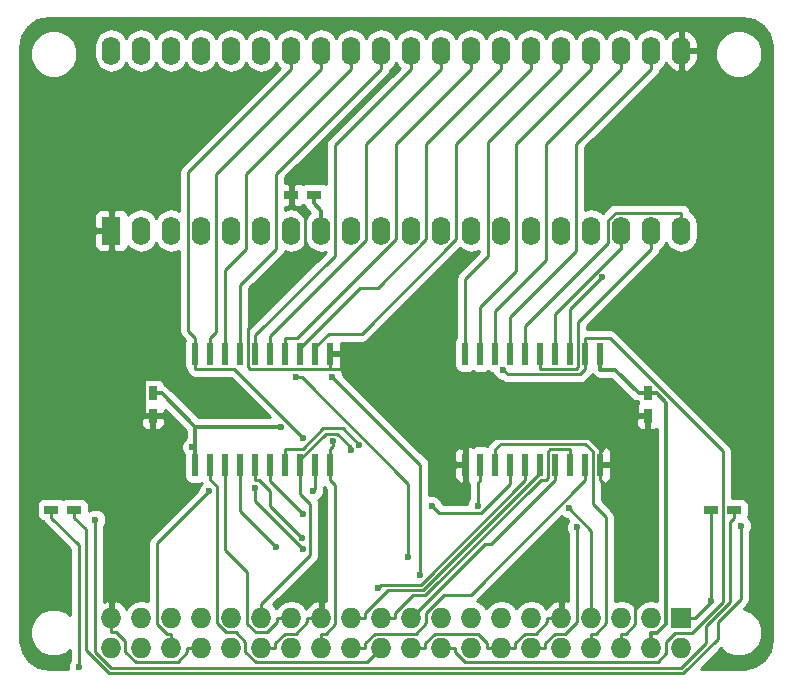
<source format=gbr>
G04 #@! TF.FileFunction,Copper,L2,Bot,Signal*
%FSLAX46Y46*%
G04 Gerber Fmt 4.6, Leading zero omitted, Abs format (unit mm)*
G04 Created by KiCad (PCBNEW 4.0.7) date 03/27/18 19:59:39*
%MOMM*%
%LPD*%
G01*
G04 APERTURE LIST*
%ADD10C,0.100000*%
%ADD11R,0.600000X1.950000*%
%ADD12R,1.727200X1.727200*%
%ADD13O,1.727200X1.727200*%
%ADD14R,1.600000X2.400000*%
%ADD15O,1.600000X2.400000*%
%ADD16R,0.750000X1.200000*%
%ADD17R,1.200000X0.750000*%
%ADD18C,0.600000*%
%ADD19C,0.250000*%
%ADD20C,0.350000*%
%ADD21C,0.254000*%
G04 APERTURE END LIST*
D10*
D11*
X149669000Y-90931000D03*
X150939000Y-90931000D03*
X152209000Y-90931000D03*
X153479000Y-90931000D03*
X154749000Y-90931000D03*
X156019000Y-90931000D03*
X157289000Y-90931000D03*
X158559000Y-90931000D03*
X159829000Y-90931000D03*
X161099000Y-90931000D03*
X161099000Y-100331000D03*
X159829000Y-100331000D03*
X158559000Y-100331000D03*
X157289000Y-100331000D03*
X156019000Y-100331000D03*
X154749000Y-100331000D03*
X153479000Y-100331000D03*
X152209000Y-100331000D03*
X150939000Y-100331000D03*
X149669000Y-100331000D03*
D12*
X190818000Y-113284000D03*
D13*
X190818000Y-115824000D03*
X188278000Y-113284000D03*
X188278000Y-115824000D03*
X185738000Y-113284000D03*
X185738000Y-115824000D03*
X183198000Y-113284000D03*
X183198000Y-115824000D03*
X180658000Y-113284000D03*
X180658000Y-115824000D03*
X178118000Y-113284000D03*
X178118000Y-115824000D03*
X175578000Y-113284000D03*
X175578000Y-115824000D03*
X173038000Y-113284000D03*
X173038000Y-115824000D03*
X170498000Y-113284000D03*
X170498000Y-115824000D03*
X167958000Y-113284000D03*
X167958000Y-115824000D03*
X165418000Y-113284000D03*
X165418000Y-115824000D03*
X162878000Y-113284000D03*
X162878000Y-115824000D03*
X160338000Y-113284000D03*
X160338000Y-115824000D03*
X157798000Y-113284000D03*
X157798000Y-115824000D03*
X155258000Y-113284000D03*
X155258000Y-115824000D03*
X152718000Y-113284000D03*
X152718000Y-115824000D03*
X150178000Y-113284000D03*
X150178000Y-115824000D03*
X147638000Y-113284000D03*
X147638000Y-115824000D03*
X145098000Y-113284000D03*
X145098000Y-115824000D03*
X142558000Y-113284000D03*
X142558000Y-115824000D03*
D11*
X183959000Y-100331000D03*
X182689000Y-100331000D03*
X181419000Y-100331000D03*
X180149000Y-100331000D03*
X178879000Y-100331000D03*
X177609000Y-100331000D03*
X176339000Y-100331000D03*
X175069000Y-100331000D03*
X173799000Y-100331000D03*
X172529000Y-100331000D03*
X172529000Y-90931000D03*
X173799000Y-90931000D03*
X175069000Y-90931000D03*
X176339000Y-90931000D03*
X177609000Y-90931000D03*
X178879000Y-90931000D03*
X180149000Y-90931000D03*
X181419000Y-90931000D03*
X182689000Y-90931000D03*
X183959000Y-90931000D03*
D14*
X142558000Y-80518000D03*
D15*
X190818000Y-65278000D03*
X145098000Y-80518000D03*
X188278000Y-65278000D03*
X147638000Y-80518000D03*
X185738000Y-65278000D03*
X150178000Y-80518000D03*
X183198000Y-65278000D03*
X152718000Y-80518000D03*
X180658000Y-65278000D03*
X155258000Y-80518000D03*
X178118000Y-65278000D03*
X157798000Y-80518000D03*
X175578000Y-65278000D03*
X160338000Y-80518000D03*
X173038000Y-65278000D03*
X162878000Y-80518000D03*
X170498000Y-65278000D03*
X165418000Y-80518000D03*
X167958000Y-65278000D03*
X167958000Y-80518000D03*
X165418000Y-65278000D03*
X170498000Y-80518000D03*
X162878000Y-65278000D03*
X173038000Y-80518000D03*
X160338000Y-65278000D03*
X175578000Y-80518000D03*
X157798000Y-65278000D03*
X178118000Y-80518000D03*
X155258000Y-65278000D03*
X180658000Y-80518000D03*
X152718000Y-65278000D03*
X183198000Y-80518000D03*
X150178000Y-65278000D03*
X185738000Y-80518000D03*
X147638000Y-65278000D03*
X188278000Y-80518000D03*
X145098000Y-65278000D03*
X190818000Y-80518000D03*
X142558000Y-65278000D03*
D16*
X146050000Y-94300000D03*
X146050000Y-96200000D03*
X187960000Y-94300000D03*
X187960000Y-96200000D03*
D17*
X159700000Y-77470000D03*
X157800000Y-77470000D03*
X193360000Y-104140000D03*
X195260000Y-104140000D03*
X137480000Y-104140000D03*
X139380000Y-104140000D03*
D18*
X172339100Y-98847300D03*
X187049000Y-95111000D03*
X150841500Y-102596200D03*
X158775000Y-107479900D03*
X154749000Y-102283400D03*
X181974500Y-105641100D03*
X158788900Y-98043600D03*
X168712800Y-109636800D03*
X161256800Y-92890900D03*
X167702000Y-108115100D03*
X158194900Y-92887600D03*
X149416000Y-98845100D03*
X156935300Y-97122500D03*
X161347100Y-98350400D03*
X159618700Y-102539200D03*
X162832100Y-99124200D03*
X181265100Y-103982000D03*
X163517200Y-98646700D03*
X158779600Y-104484000D03*
X158709000Y-106529600D03*
X156450800Y-107266300D03*
X175729400Y-92319000D03*
X184129600Y-84449600D03*
X173581800Y-103813900D03*
X165106800Y-110752200D03*
X169690300Y-103853200D03*
X141206500Y-104983500D03*
X195842400Y-105495500D03*
X193360000Y-111909300D03*
X139800700Y-117480000D03*
D19*
X174389100Y-115452400D02*
X174389100Y-115824000D01*
X173571800Y-114635100D02*
X174389100Y-115452400D01*
X169964300Y-114635100D02*
X173571800Y-114635100D01*
X169146900Y-115452500D02*
X169964300Y-114635100D01*
X169146900Y-115824000D02*
X169146900Y-115452500D01*
X167958000Y-115824000D02*
X169146900Y-115824000D01*
X175578000Y-115824000D02*
X174389100Y-115824000D01*
X146050000Y-96200000D02*
X145349700Y-96200000D01*
X142558000Y-98991700D02*
X145349700Y-96200000D01*
X142558000Y-113284000D02*
X142558000Y-98991700D01*
X145349700Y-84835000D02*
X142558000Y-82043300D01*
X145349700Y-96200000D02*
X145349700Y-84835000D01*
X142558000Y-80518000D02*
X142558000Y-82043300D01*
X154273000Y-92231300D02*
X161099000Y-92231300D01*
X154123600Y-92081900D02*
X154273000Y-92231300D01*
X154123600Y-88724000D02*
X154123600Y-92081900D01*
X158988700Y-83858900D02*
X154123600Y-88724000D01*
X158988700Y-79359000D02*
X158988700Y-83858900D01*
X157800000Y-78170300D02*
X158988700Y-79359000D01*
X157800000Y-77470000D02*
X157800000Y-78170300D01*
X161099000Y-90931000D02*
X161099000Y-92231300D01*
X186928300Y-104600600D02*
X183959000Y-101631300D01*
X186928300Y-113816300D02*
X186928300Y-104600600D01*
X186109500Y-114635100D02*
X186928300Y-113816300D01*
X185738000Y-114635100D02*
X186109500Y-114635100D01*
X185738000Y-115824000D02*
X185738000Y-114635100D01*
X183959000Y-100331000D02*
X183959000Y-101631300D01*
X142929600Y-114472900D02*
X142558000Y-114472900D01*
X143746900Y-115290200D02*
X142929600Y-114472900D01*
X143746900Y-116169000D02*
X143746900Y-115290200D01*
X144605800Y-117027900D02*
X143746900Y-116169000D01*
X148156700Y-117027900D02*
X144605800Y-117027900D01*
X148989100Y-116195500D02*
X148156700Y-117027900D01*
X148989100Y-115824000D02*
X148989100Y-116195500D01*
X150178000Y-115824000D02*
X148989100Y-115824000D01*
X142558000Y-113284000D02*
X142558000Y-114472900D01*
X165723100Y-92231300D02*
X172339100Y-98847300D01*
X161099000Y-92231300D02*
X165723100Y-92231300D01*
X176766900Y-115452400D02*
X176766900Y-115824000D01*
X177584200Y-114635100D02*
X176766900Y-115452400D01*
X178489600Y-114635100D02*
X177584200Y-114635100D01*
X179469100Y-113655600D02*
X178489600Y-114635100D01*
X179469100Y-113284000D02*
X179469100Y-113655600D01*
X180658000Y-113284000D02*
X179469100Y-113284000D01*
X175578000Y-115824000D02*
X176766900Y-115824000D01*
X187960000Y-96200000D02*
X187259700Y-96200000D01*
X156446900Y-115452400D02*
X156446900Y-115824000D01*
X157264200Y-114635100D02*
X156446900Y-115452400D01*
X158169600Y-114635100D02*
X157264200Y-114635100D01*
X159149100Y-113655600D02*
X158169600Y-114635100D01*
X159149100Y-113284000D02*
X159149100Y-113655600D01*
X160338000Y-113284000D02*
X159149100Y-113284000D01*
X155258000Y-115824000D02*
X156446900Y-115824000D01*
X172522500Y-99030700D02*
X172529000Y-99030700D01*
X172339100Y-98847300D02*
X172522500Y-99030700D01*
X183959000Y-100331000D02*
X183959000Y-99030700D01*
X187101600Y-96041900D02*
X187049000Y-96041900D01*
X187259700Y-96200000D02*
X187101600Y-96041900D01*
X187049000Y-96041900D02*
X187049000Y-95111000D01*
X172529000Y-100331000D02*
X172529000Y-99143300D01*
X172529000Y-99143300D02*
X172529000Y-99030700D01*
X184060200Y-99030700D02*
X183959000Y-99030700D01*
X187049000Y-96041900D02*
X184060200Y-99030700D01*
X183031500Y-98103200D02*
X183959000Y-99030700D01*
X173456500Y-98103200D02*
X183031500Y-98103200D01*
X172529000Y-99030700D02*
X173456500Y-98103200D01*
X146447400Y-106990300D02*
X150841500Y-102596200D01*
X146447400Y-113816000D02*
X146447400Y-106990300D01*
X147266500Y-114635100D02*
X146447400Y-113816000D01*
X147638000Y-114635100D02*
X147266500Y-114635100D01*
X147638000Y-115824000D02*
X147638000Y-114635100D01*
X158775000Y-107479800D02*
X158775000Y-107479900D01*
X158774900Y-107479800D02*
X158775000Y-107479800D01*
X154749000Y-103453900D02*
X158774900Y-107479800D01*
X154749000Y-102283400D02*
X154749000Y-103453900D01*
X178118000Y-115824000D02*
X179306900Y-115824000D01*
X179306900Y-115452400D02*
X179306900Y-115824000D01*
X180124200Y-114635100D02*
X179306900Y-115452400D01*
X180995200Y-114635100D02*
X180124200Y-114635100D01*
X181974500Y-113655800D02*
X180995200Y-114635100D01*
X181974500Y-105641100D02*
X181974500Y-113655800D01*
X149669000Y-90931000D02*
X149669000Y-92231300D01*
X149043700Y-89005400D02*
X149669000Y-89630700D01*
X149043700Y-75557600D02*
X149043700Y-89005400D01*
X157798000Y-66803300D02*
X149043700Y-75557600D01*
X157798000Y-65278000D02*
X157798000Y-66803300D01*
X149669000Y-90931000D02*
X149669000Y-89630700D01*
X152976600Y-92231300D02*
X158788900Y-98043600D01*
X149669000Y-92231300D02*
X152976600Y-92231300D01*
X168712800Y-100346900D02*
X168712800Y-109636800D01*
X161256800Y-92890900D02*
X168712800Y-100346900D01*
X167702000Y-101932900D02*
X167702000Y-108115100D01*
X158656700Y-92887600D02*
X167702000Y-101932900D01*
X158194900Y-92887600D02*
X158656700Y-92887600D01*
D20*
X146050000Y-94300000D02*
X146800300Y-94300000D01*
X160338000Y-78858300D02*
X160338000Y-80518000D01*
X159700000Y-78220300D02*
X160338000Y-78858300D01*
X159700000Y-77470000D02*
X159700000Y-78220300D01*
X183959000Y-90931000D02*
X183959000Y-92281300D01*
X149669000Y-100331000D02*
X149669000Y-98980700D01*
X149669000Y-98845100D02*
X149416000Y-98845100D01*
X149669000Y-98845100D02*
X149669000Y-98980700D01*
X188791400Y-114585100D02*
X188278000Y-114585100D01*
X189524700Y-113851800D02*
X188791400Y-114585100D01*
X189524700Y-95114400D02*
X189524700Y-113851800D01*
X188710300Y-94300000D02*
X189524700Y-95114400D01*
X187960000Y-94300000D02*
X188710300Y-94300000D01*
X188278000Y-115824000D02*
X188278000Y-114585100D01*
X149715200Y-97122500D02*
X149669000Y-97168700D01*
X156935300Y-97122500D02*
X149715200Y-97122500D01*
X146800300Y-94300000D02*
X149669000Y-97168700D01*
X149669000Y-97168700D02*
X149669000Y-98845100D01*
X185191000Y-92281300D02*
X183959000Y-92281300D01*
X187209700Y-94300000D02*
X185191000Y-92281300D01*
X187960000Y-94300000D02*
X187209700Y-94300000D01*
D19*
X151448000Y-89121700D02*
X150939000Y-89630700D01*
X151448000Y-75693300D02*
X151448000Y-89121700D01*
X160338000Y-66803300D02*
X151448000Y-75693300D01*
X160338000Y-65278000D02*
X160338000Y-66803300D01*
X150939000Y-90931000D02*
X150939000Y-89630700D01*
X152209000Y-83822400D02*
X152209000Y-90931000D01*
X153988000Y-82043400D02*
X152209000Y-83822400D01*
X153988000Y-75693300D02*
X153988000Y-82043400D01*
X162878000Y-66803300D02*
X153988000Y-75693300D01*
X162878000Y-65278000D02*
X162878000Y-66803300D01*
X153479000Y-85092400D02*
X153479000Y-90931000D01*
X156528000Y-82043400D02*
X153479000Y-85092400D01*
X156528000Y-75693300D02*
X156528000Y-82043400D01*
X165418000Y-66803300D02*
X156528000Y-75693300D01*
X165418000Y-65278000D02*
X165418000Y-66803300D01*
X154749000Y-89346000D02*
X154749000Y-90931000D01*
X161463300Y-82631700D02*
X154749000Y-89346000D01*
X161463300Y-73298000D02*
X161463300Y-82631700D01*
X167958000Y-66803300D02*
X161463300Y-73298000D01*
X167958000Y-65278000D02*
X167958000Y-66803300D01*
X170498000Y-65278000D02*
X170498000Y-66803300D01*
X164148000Y-73153300D02*
X170498000Y-66803300D01*
X164148000Y-81354000D02*
X164148000Y-73153300D01*
X156019000Y-89483000D02*
X164148000Y-81354000D01*
X156019000Y-90931000D02*
X156019000Y-89483000D01*
X173038000Y-65278000D02*
X173038000Y-66803300D01*
X157289000Y-90931000D02*
X157289000Y-89630700D01*
X166688000Y-73153300D02*
X173038000Y-66803300D01*
X166688000Y-81250300D02*
X166688000Y-73153300D01*
X158307600Y-89630700D02*
X166688000Y-81250300D01*
X157289000Y-89630700D02*
X158307600Y-89630700D01*
X158559000Y-90437000D02*
X158559000Y-90931000D01*
X163644800Y-85351200D02*
X158559000Y-90437000D01*
X165146400Y-85351200D02*
X163644800Y-85351200D01*
X169228000Y-81269600D02*
X165146400Y-85351200D01*
X169228000Y-73153300D02*
X169228000Y-81269600D01*
X175578000Y-66803300D02*
X169228000Y-73153300D01*
X175578000Y-65278000D02*
X175578000Y-66803300D01*
X178118000Y-65278000D02*
X178118000Y-66803300D01*
X171768000Y-73153300D02*
X178118000Y-66803300D01*
X171768000Y-81244300D02*
X171768000Y-73153300D01*
X163776700Y-89235600D02*
X171768000Y-81244300D01*
X160999000Y-89235600D02*
X163776700Y-89235600D01*
X159829000Y-90405600D02*
X160999000Y-89235600D01*
X159829000Y-90931000D02*
X159829000Y-90405600D01*
X161099000Y-100331000D02*
X161099000Y-99030700D01*
X161526900Y-102059200D02*
X161099000Y-101631300D01*
X161526900Y-113817800D02*
X161526900Y-102059200D01*
X160709600Y-114635100D02*
X161526900Y-113817800D01*
X160338000Y-114635100D02*
X160709600Y-114635100D01*
X160338000Y-115824000D02*
X160338000Y-114635100D01*
X161099000Y-100331000D02*
X161099000Y-101631300D01*
X161347100Y-98782600D02*
X161347100Y-98350400D01*
X161099000Y-99030700D02*
X161347100Y-98782600D01*
X159829000Y-102328900D02*
X159829000Y-100331000D01*
X159618700Y-102539200D02*
X159829000Y-102328900D01*
X155258000Y-113284000D02*
X155258000Y-112095100D01*
X158559000Y-102857700D02*
X158559000Y-100331000D01*
X159405200Y-103703900D02*
X158559000Y-102857700D01*
X159405200Y-107947900D02*
X159405200Y-103703900D01*
X155258000Y-112095100D02*
X159405200Y-107947900D01*
X162832100Y-98865800D02*
X162832100Y-99124200D01*
X161682600Y-97716300D02*
X162832100Y-98865800D01*
X160694000Y-97716300D02*
X161682600Y-97716300D01*
X158559000Y-99851300D02*
X160694000Y-97716300D01*
X158559000Y-100331000D02*
X158559000Y-99851300D01*
X157289000Y-100331000D02*
X157289000Y-99030700D01*
X158742700Y-99030700D02*
X157289000Y-99030700D01*
X160507400Y-97266000D02*
X158742700Y-99030700D01*
X162136500Y-97266000D02*
X160507400Y-97266000D01*
X163517200Y-98646700D02*
X162136500Y-97266000D01*
X183198000Y-113284000D02*
X183198000Y-112095100D01*
X183198000Y-105914900D02*
X183198000Y-112095100D01*
X181265100Y-103982000D02*
X183198000Y-105914900D01*
X156019000Y-101723400D02*
X156019000Y-100331000D01*
X158779600Y-104484000D02*
X156019000Y-101723400D01*
X154749000Y-100331000D02*
X154749000Y-101631300D01*
X155046000Y-101631300D02*
X154749000Y-101631300D01*
X155976000Y-102561300D02*
X155046000Y-101631300D01*
X155976000Y-103796600D02*
X155976000Y-102561300D01*
X158709000Y-106529600D02*
X155976000Y-103796600D01*
X153479000Y-104294500D02*
X156450800Y-107266300D01*
X153479000Y-100331000D02*
X153479000Y-104294500D01*
X152209000Y-107551500D02*
X152209000Y-100331000D01*
X154069000Y-109411500D02*
X152209000Y-107551500D01*
X154069000Y-113822900D02*
X154069000Y-109411500D01*
X154777100Y-114531000D02*
X154069000Y-113822900D01*
X155733600Y-114531000D02*
X154777100Y-114531000D01*
X156609100Y-113655500D02*
X155733600Y-114531000D01*
X156609100Y-113284000D02*
X156609100Y-113655500D01*
X157798000Y-113284000D02*
X156609100Y-113284000D01*
X150939000Y-100331000D02*
X150939000Y-101631300D01*
X151466800Y-102159100D02*
X150939000Y-101631300D01*
X151466800Y-113717900D02*
X151466800Y-102159100D01*
X152221900Y-114473000D02*
X151466800Y-113717900D01*
X153070300Y-114473000D02*
X152221900Y-114473000D01*
X153907000Y-115309700D02*
X153070300Y-114473000D01*
X153907000Y-116163300D02*
X153907000Y-115309700D01*
X154760400Y-117016700D02*
X153907000Y-116163300D01*
X164225300Y-117016700D02*
X154760400Y-117016700D01*
X165418000Y-115824000D02*
X164225300Y-117016700D01*
X176105500Y-92695100D02*
X175729400Y-92319000D01*
X182225200Y-92695100D02*
X176105500Y-92695100D01*
X182689000Y-92231300D02*
X182225200Y-92695100D01*
X182689000Y-90931000D02*
X182689000Y-92231300D01*
X170498000Y-115824000D02*
X171686900Y-115824000D01*
X182689000Y-90931000D02*
X182689000Y-89630700D01*
X184757700Y-89630700D02*
X182689000Y-89630700D01*
X194334600Y-99207600D02*
X184757700Y-89630700D01*
X194334600Y-111956800D02*
X194334600Y-99207600D01*
X191681000Y-114610400D02*
X194334600Y-111956800D01*
X190287800Y-114610400D02*
X191681000Y-114610400D01*
X189548000Y-115350200D02*
X190287800Y-114610400D01*
X189548000Y-116285600D02*
X189548000Y-115350200D01*
X188795400Y-117038200D02*
X189548000Y-116285600D01*
X172529600Y-117038200D02*
X188795400Y-117038200D01*
X171686900Y-116195500D02*
X172529600Y-117038200D01*
X171686900Y-115824000D02*
X171686900Y-116195500D01*
X188278000Y-65278000D02*
X188278000Y-66803300D01*
X181928000Y-73153300D02*
X188278000Y-66803300D01*
X181928000Y-82260300D02*
X181928000Y-73153300D01*
X176339000Y-87849300D02*
X181928000Y-82260300D01*
X176339000Y-90931000D02*
X176339000Y-87849300D01*
X185738000Y-65278000D02*
X185738000Y-66803300D01*
X179388000Y-73153300D02*
X185738000Y-66803300D01*
X179388000Y-82973800D02*
X179388000Y-73153300D01*
X175069000Y-87292800D02*
X179388000Y-82973800D01*
X175069000Y-90931000D02*
X175069000Y-87292800D01*
X173799000Y-86954100D02*
X173799000Y-90931000D01*
X176848000Y-83905100D02*
X173799000Y-86954100D01*
X176848000Y-73153300D02*
X176848000Y-83905100D01*
X183198000Y-66803300D02*
X176848000Y-73153300D01*
X183198000Y-65278000D02*
X183198000Y-66803300D01*
X180658000Y-65278000D02*
X180658000Y-66803300D01*
X174452600Y-73008700D02*
X180658000Y-66803300D01*
X174452600Y-82661200D02*
X174452600Y-73008700D01*
X172529000Y-84584800D02*
X174452600Y-82661200D01*
X172529000Y-90931000D02*
X172529000Y-84584800D01*
X181419000Y-87160200D02*
X181419000Y-90931000D01*
X184129600Y-84449600D02*
X181419000Y-87160200D01*
X185738000Y-80518000D02*
X185738000Y-82043300D01*
X180149000Y-87545900D02*
X180149000Y-90931000D01*
X185651600Y-82043300D02*
X180149000Y-87545900D01*
X185738000Y-82043300D02*
X185651600Y-82043300D01*
X178879000Y-90931000D02*
X178879000Y-92231300D01*
X188278000Y-80518000D02*
X188278000Y-82043300D01*
X182044400Y-88276900D02*
X188278000Y-82043300D01*
X182044400Y-92058100D02*
X182044400Y-88276900D01*
X181871200Y-92231300D02*
X182044400Y-92058100D01*
X178879000Y-92231300D02*
X181871200Y-92231300D01*
X177609000Y-88586400D02*
X177609000Y-90931000D01*
X184612600Y-81582800D02*
X177609000Y-88586400D01*
X184612600Y-79645200D02*
X184612600Y-81582800D01*
X185265100Y-78992700D02*
X184612600Y-79645200D01*
X190818000Y-78992700D02*
X185265100Y-78992700D01*
X190818000Y-80518000D02*
X190818000Y-78992700D01*
X183198000Y-115824000D02*
X183198000Y-114635100D01*
X175069000Y-100331000D02*
X175069000Y-99030700D01*
X183569500Y-114635100D02*
X183198000Y-114635100D01*
X184440700Y-113763900D02*
X183569500Y-114635100D01*
X184440700Y-104788900D02*
X184440700Y-113763900D01*
X183333600Y-103681800D02*
X184440700Y-104788900D01*
X183333600Y-99221200D02*
X183333600Y-103681800D01*
X182675000Y-98562600D02*
X183333600Y-99221200D01*
X175537100Y-98562600D02*
X182675000Y-98562600D01*
X175069000Y-99030700D02*
X175537100Y-98562600D01*
X173581800Y-101848500D02*
X173799000Y-101631300D01*
X173581800Y-103813900D02*
X173581800Y-101848500D01*
X173799000Y-100331000D02*
X173799000Y-101631300D01*
X180149000Y-100331000D02*
X180149000Y-101631300D01*
X174728900Y-107051400D02*
X180149000Y-101631300D01*
X174190600Y-107051400D02*
X174728900Y-107051400D01*
X167958000Y-113284000D02*
X174190600Y-107051400D01*
X165418000Y-113284000D02*
X166606900Y-113284000D01*
X181419000Y-100331000D02*
X181419000Y-99030700D01*
X179706100Y-99030700D02*
X181419000Y-99030700D01*
X179504400Y-99232400D02*
X179706100Y-99030700D01*
X179504400Y-101440700D02*
X179504400Y-99232400D01*
X179313800Y-101631300D02*
X179504400Y-101440700D01*
X178888900Y-101631300D02*
X179313800Y-101631300D01*
X169107900Y-111412300D02*
X178888900Y-101631300D01*
X168121900Y-111412300D02*
X169107900Y-111412300D01*
X166606900Y-112927300D02*
X168121900Y-111412300D01*
X166606900Y-113284000D02*
X166606900Y-112927300D01*
X162878000Y-113284000D02*
X164066900Y-113284000D01*
X178879000Y-101004300D02*
X178879000Y-100331000D01*
X168921300Y-110962000D02*
X178879000Y-101004300D01*
X166017400Y-110962000D02*
X168921300Y-110962000D01*
X164066900Y-112912500D02*
X166017400Y-110962000D01*
X164066900Y-113284000D02*
X164066900Y-112912500D01*
X182689000Y-100331000D02*
X182689000Y-101631300D01*
X162878000Y-115824000D02*
X164066900Y-115824000D01*
X172970500Y-111349800D02*
X182689000Y-101631300D01*
X170741100Y-111349800D02*
X172970500Y-111349800D01*
X169195300Y-112895600D02*
X170741100Y-111349800D01*
X169195300Y-113763100D02*
X169195300Y-112895600D01*
X168323300Y-114635100D02*
X169195300Y-113763100D01*
X164884200Y-114635100D02*
X168323300Y-114635100D01*
X164066900Y-115452400D02*
X164884200Y-114635100D01*
X164066900Y-115824000D02*
X164066900Y-115452400D01*
X177609000Y-100331000D02*
X177609000Y-101631300D01*
X165347300Y-110511700D02*
X165106800Y-110752200D01*
X168728600Y-110511700D02*
X165347300Y-110511700D01*
X177609000Y-101631300D02*
X168728600Y-110511700D01*
X170297000Y-104459900D02*
X169690300Y-103853200D01*
X173879200Y-104459900D02*
X170297000Y-104459900D01*
X176339000Y-102000100D02*
X173879200Y-104459900D01*
X176339000Y-100331000D02*
X176339000Y-102000100D01*
X195260000Y-104140000D02*
X195260000Y-104840300D01*
X194922900Y-105177400D02*
X195260000Y-104840300D01*
X194922900Y-112005400D02*
X194922900Y-105177400D01*
X192893400Y-114034900D02*
X194922900Y-112005400D01*
X192893400Y-115442000D02*
X192893400Y-114034900D01*
X190805200Y-117530200D02*
X192893400Y-115442000D01*
X142508300Y-117530200D02*
X190805200Y-117530200D01*
X141206500Y-116228400D02*
X142508300Y-117530200D01*
X141206500Y-104983500D02*
X141206500Y-116228400D01*
X139380000Y-104140000D02*
X139380000Y-104840300D01*
X140364600Y-105824900D02*
X139380000Y-104840300D01*
X140364700Y-105824900D02*
X140364600Y-105824900D01*
X140364700Y-116023500D02*
X140364700Y-105824900D01*
X142321800Y-117980600D02*
X140364700Y-116023500D01*
X190991700Y-117980600D02*
X142321800Y-117980600D01*
X193911600Y-115060700D02*
X190991700Y-117980600D01*
X193911600Y-113653600D02*
X193911600Y-115060700D01*
X195842400Y-111722800D02*
X193911600Y-113653600D01*
X195842400Y-105495500D02*
X195842400Y-111722800D01*
X190818000Y-113284000D02*
X192006900Y-113284000D01*
X193360000Y-111930900D02*
X193360000Y-111909300D01*
X192006900Y-113284000D02*
X193360000Y-111930900D01*
X193360000Y-111909300D02*
X193360000Y-104140000D01*
X139800700Y-107161000D02*
X139800700Y-117480000D01*
X137480000Y-104840300D02*
X139800700Y-107161000D01*
X137480000Y-104140000D02*
X137480000Y-104840300D01*
D21*
G36*
X196959685Y-62683408D02*
X197724218Y-63171530D01*
X198243763Y-63915077D01*
X198452968Y-64863163D01*
X198452968Y-115142289D01*
X198280822Y-116112979D01*
X197792699Y-116877514D01*
X197049153Y-117397056D01*
X196101066Y-117606262D01*
X192440840Y-117606262D01*
X194159342Y-115887760D01*
X194527940Y-116257001D01*
X195266432Y-116563650D01*
X196066060Y-116564348D01*
X196805086Y-116258988D01*
X197371001Y-115694060D01*
X197677650Y-114955568D01*
X197678348Y-114155940D01*
X197372988Y-113416914D01*
X196808060Y-112850999D01*
X196087999Y-112552003D01*
X196379801Y-112260201D01*
X196544548Y-112013639D01*
X196602400Y-111722800D01*
X196602400Y-106057963D01*
X196634592Y-106025827D01*
X196777238Y-105682299D01*
X196777562Y-105310333D01*
X196635517Y-104966557D01*
X196448210Y-104778922D01*
X196456431Y-104766890D01*
X196507440Y-104515000D01*
X196507440Y-103765000D01*
X196463162Y-103529683D01*
X196324090Y-103313559D01*
X196111890Y-103168569D01*
X195860000Y-103117560D01*
X195094600Y-103117560D01*
X195094600Y-99207600D01*
X195036748Y-98916761D01*
X194872001Y-98670199D01*
X185295101Y-89093299D01*
X185048539Y-88928552D01*
X184757700Y-88870700D01*
X182804400Y-88870700D01*
X182804400Y-88591702D01*
X188815401Y-82580701D01*
X188980148Y-82334139D01*
X189016085Y-82153475D01*
X189292698Y-81968648D01*
X189548000Y-81586562D01*
X189803302Y-81968648D01*
X190268849Y-82279717D01*
X190818000Y-82388950D01*
X191367151Y-82279717D01*
X191832698Y-81968648D01*
X192143767Y-81503101D01*
X192253000Y-80953950D01*
X192253000Y-80082050D01*
X192143767Y-79532899D01*
X191832698Y-79067352D01*
X191556085Y-78882525D01*
X191520148Y-78701861D01*
X191355401Y-78455299D01*
X191108839Y-78290552D01*
X190818000Y-78232700D01*
X185265100Y-78232700D01*
X184974260Y-78290552D01*
X184727699Y-78455299D01*
X184154520Y-79028478D01*
X183747151Y-78756283D01*
X183198000Y-78647050D01*
X182688000Y-78748495D01*
X182688000Y-73468102D01*
X188815401Y-67340701D01*
X188980148Y-67094139D01*
X189016085Y-66913475D01*
X189292698Y-66728648D01*
X189545507Y-66350293D01*
X189893104Y-66782500D01*
X190386181Y-67052367D01*
X190468961Y-67069904D01*
X190691000Y-66947915D01*
X190691000Y-65405000D01*
X190945000Y-65405000D01*
X190945000Y-66947915D01*
X191167039Y-67069904D01*
X191249819Y-67052367D01*
X191742896Y-66782500D01*
X192095166Y-66344483D01*
X192209975Y-65952060D01*
X193657652Y-65952060D01*
X193963012Y-66691086D01*
X194527940Y-67257001D01*
X195266432Y-67563650D01*
X196066060Y-67564348D01*
X196805086Y-67258988D01*
X197371001Y-66694060D01*
X197677650Y-65955568D01*
X197678348Y-65155940D01*
X197372988Y-64416914D01*
X196808060Y-63850999D01*
X196069568Y-63544350D01*
X195269940Y-63543652D01*
X194530914Y-63849012D01*
X193964999Y-64413940D01*
X193658350Y-65152432D01*
X193657652Y-65952060D01*
X192209975Y-65952060D01*
X192253000Y-65805000D01*
X192253000Y-65405000D01*
X190945000Y-65405000D01*
X190691000Y-65405000D01*
X190671000Y-65405000D01*
X190671000Y-65151000D01*
X190691000Y-65151000D01*
X190691000Y-63608085D01*
X190945000Y-63608085D01*
X190945000Y-65151000D01*
X192253000Y-65151000D01*
X192253000Y-64751000D01*
X192095166Y-64211517D01*
X191742896Y-63773500D01*
X191249819Y-63503633D01*
X191167039Y-63486096D01*
X190945000Y-63608085D01*
X190691000Y-63608085D01*
X190468961Y-63486096D01*
X190386181Y-63503633D01*
X189893104Y-63773500D01*
X189545507Y-64205707D01*
X189292698Y-63827352D01*
X188827151Y-63516283D01*
X188278000Y-63407050D01*
X187728849Y-63516283D01*
X187263302Y-63827352D01*
X187008000Y-64209438D01*
X186752698Y-63827352D01*
X186287151Y-63516283D01*
X185738000Y-63407050D01*
X185188849Y-63516283D01*
X184723302Y-63827352D01*
X184468000Y-64209438D01*
X184212698Y-63827352D01*
X183747151Y-63516283D01*
X183198000Y-63407050D01*
X182648849Y-63516283D01*
X182183302Y-63827352D01*
X181928000Y-64209438D01*
X181672698Y-63827352D01*
X181207151Y-63516283D01*
X180658000Y-63407050D01*
X180108849Y-63516283D01*
X179643302Y-63827352D01*
X179388000Y-64209438D01*
X179132698Y-63827352D01*
X178667151Y-63516283D01*
X178118000Y-63407050D01*
X177568849Y-63516283D01*
X177103302Y-63827352D01*
X176848000Y-64209438D01*
X176592698Y-63827352D01*
X176127151Y-63516283D01*
X175578000Y-63407050D01*
X175028849Y-63516283D01*
X174563302Y-63827352D01*
X174308000Y-64209438D01*
X174052698Y-63827352D01*
X173587151Y-63516283D01*
X173038000Y-63407050D01*
X172488849Y-63516283D01*
X172023302Y-63827352D01*
X171768000Y-64209438D01*
X171512698Y-63827352D01*
X171047151Y-63516283D01*
X170498000Y-63407050D01*
X169948849Y-63516283D01*
X169483302Y-63827352D01*
X169228000Y-64209438D01*
X168972698Y-63827352D01*
X168507151Y-63516283D01*
X167958000Y-63407050D01*
X167408849Y-63516283D01*
X166943302Y-63827352D01*
X166688000Y-64209438D01*
X166432698Y-63827352D01*
X165967151Y-63516283D01*
X165418000Y-63407050D01*
X164868849Y-63516283D01*
X164403302Y-63827352D01*
X164148000Y-64209438D01*
X163892698Y-63827352D01*
X163427151Y-63516283D01*
X162878000Y-63407050D01*
X162328849Y-63516283D01*
X161863302Y-63827352D01*
X161608000Y-64209438D01*
X161352698Y-63827352D01*
X160887151Y-63516283D01*
X160338000Y-63407050D01*
X159788849Y-63516283D01*
X159323302Y-63827352D01*
X159068000Y-64209438D01*
X158812698Y-63827352D01*
X158347151Y-63516283D01*
X157798000Y-63407050D01*
X157248849Y-63516283D01*
X156783302Y-63827352D01*
X156528000Y-64209438D01*
X156272698Y-63827352D01*
X155807151Y-63516283D01*
X155258000Y-63407050D01*
X154708849Y-63516283D01*
X154243302Y-63827352D01*
X153988000Y-64209438D01*
X153732698Y-63827352D01*
X153267151Y-63516283D01*
X152718000Y-63407050D01*
X152168849Y-63516283D01*
X151703302Y-63827352D01*
X151448000Y-64209438D01*
X151192698Y-63827352D01*
X150727151Y-63516283D01*
X150178000Y-63407050D01*
X149628849Y-63516283D01*
X149163302Y-63827352D01*
X148908000Y-64209438D01*
X148652698Y-63827352D01*
X148187151Y-63516283D01*
X147638000Y-63407050D01*
X147088849Y-63516283D01*
X146623302Y-63827352D01*
X146368000Y-64209438D01*
X146112698Y-63827352D01*
X145647151Y-63516283D01*
X145098000Y-63407050D01*
X144548849Y-63516283D01*
X144083302Y-63827352D01*
X143828000Y-64209438D01*
X143572698Y-63827352D01*
X143107151Y-63516283D01*
X142558000Y-63407050D01*
X142008849Y-63516283D01*
X141543302Y-63827352D01*
X141232233Y-64292899D01*
X141123000Y-64842050D01*
X141123000Y-65713950D01*
X141232233Y-66263101D01*
X141543302Y-66728648D01*
X142008849Y-67039717D01*
X142558000Y-67148950D01*
X143107151Y-67039717D01*
X143572698Y-66728648D01*
X143828000Y-66346562D01*
X144083302Y-66728648D01*
X144548849Y-67039717D01*
X145098000Y-67148950D01*
X145647151Y-67039717D01*
X146112698Y-66728648D01*
X146368000Y-66346562D01*
X146623302Y-66728648D01*
X147088849Y-67039717D01*
X147638000Y-67148950D01*
X148187151Y-67039717D01*
X148652698Y-66728648D01*
X148908000Y-66346562D01*
X149163302Y-66728648D01*
X149628849Y-67039717D01*
X150178000Y-67148950D01*
X150727151Y-67039717D01*
X151192698Y-66728648D01*
X151448000Y-66346562D01*
X151703302Y-66728648D01*
X152168849Y-67039717D01*
X152718000Y-67148950D01*
X153267151Y-67039717D01*
X153732698Y-66728648D01*
X153988000Y-66346562D01*
X154243302Y-66728648D01*
X154708849Y-67039717D01*
X155258000Y-67148950D01*
X155807151Y-67039717D01*
X156272698Y-66728648D01*
X156528000Y-66346562D01*
X156783302Y-66728648D01*
X156792023Y-66734475D01*
X148506299Y-75020199D01*
X148341552Y-75266761D01*
X148283700Y-75557600D01*
X148283700Y-78820795D01*
X148187151Y-78756283D01*
X147638000Y-78647050D01*
X147088849Y-78756283D01*
X146623302Y-79067352D01*
X146368000Y-79449438D01*
X146112698Y-79067352D01*
X145647151Y-78756283D01*
X145098000Y-78647050D01*
X144548849Y-78756283D01*
X144083302Y-79067352D01*
X143993000Y-79202498D01*
X143993000Y-79191691D01*
X143896327Y-78958302D01*
X143717699Y-78779673D01*
X143484310Y-78683000D01*
X142843750Y-78683000D01*
X142685000Y-78841750D01*
X142685000Y-80391000D01*
X142705000Y-80391000D01*
X142705000Y-80645000D01*
X142685000Y-80645000D01*
X142685000Y-82194250D01*
X142843750Y-82353000D01*
X143484310Y-82353000D01*
X143717699Y-82256327D01*
X143896327Y-82077698D01*
X143993000Y-81844309D01*
X143993000Y-81833502D01*
X144083302Y-81968648D01*
X144548849Y-82279717D01*
X145098000Y-82388950D01*
X145647151Y-82279717D01*
X146112698Y-81968648D01*
X146368000Y-81586562D01*
X146623302Y-81968648D01*
X147088849Y-82279717D01*
X147638000Y-82388950D01*
X148187151Y-82279717D01*
X148283700Y-82215205D01*
X148283700Y-89005400D01*
X148341552Y-89296239D01*
X148506299Y-89542801D01*
X148754893Y-89791395D01*
X148721560Y-89956000D01*
X148721560Y-91906000D01*
X148765838Y-92141317D01*
X148904910Y-92357441D01*
X148938681Y-92380516D01*
X148966852Y-92522139D01*
X149131599Y-92768701D01*
X149378161Y-92933448D01*
X149669000Y-92991300D01*
X152661798Y-92991300D01*
X155982998Y-96312500D01*
X149958313Y-96312500D01*
X147373056Y-93727244D01*
X147110274Y-93551658D01*
X147041971Y-93538072D01*
X147028162Y-93464683D01*
X146889090Y-93248559D01*
X146676890Y-93103569D01*
X146425000Y-93052560D01*
X145675000Y-93052560D01*
X145439683Y-93096838D01*
X145223559Y-93235910D01*
X145078569Y-93448110D01*
X145027560Y-93700000D01*
X145027560Y-94900000D01*
X145071838Y-95135317D01*
X145138329Y-95238646D01*
X145136673Y-95240302D01*
X145040000Y-95473691D01*
X145040000Y-95914250D01*
X145198750Y-96073000D01*
X145923000Y-96073000D01*
X145923000Y-96053000D01*
X146177000Y-96053000D01*
X146177000Y-96073000D01*
X146901250Y-96073000D01*
X147060000Y-95914250D01*
X147060000Y-95705212D01*
X148859000Y-97504213D01*
X148859000Y-98079991D01*
X148623808Y-98314773D01*
X148481162Y-98658301D01*
X148480838Y-99030267D01*
X148622883Y-99374043D01*
X148721560Y-99472892D01*
X148721560Y-101306000D01*
X148765838Y-101541317D01*
X148904910Y-101757441D01*
X149117110Y-101902431D01*
X149369000Y-101953440D01*
X149969000Y-101953440D01*
X150204317Y-101909162D01*
X150209876Y-101905585D01*
X150049308Y-102065873D01*
X149906662Y-102409401D01*
X149906621Y-102456277D01*
X145909999Y-106452899D01*
X145745252Y-106699461D01*
X145687400Y-106990300D01*
X145687400Y-111880746D01*
X145671489Y-111870115D01*
X145098000Y-111756041D01*
X144524511Y-111870115D01*
X144038330Y-112194971D01*
X143822336Y-112518228D01*
X143764821Y-112395510D01*
X143332947Y-112001312D01*
X142917026Y-111829042D01*
X142685000Y-111950183D01*
X142685000Y-113157000D01*
X142705000Y-113157000D01*
X142705000Y-113411000D01*
X142685000Y-113411000D01*
X142685000Y-113431000D01*
X142431000Y-113431000D01*
X142431000Y-113411000D01*
X142411000Y-113411000D01*
X142411000Y-113157000D01*
X142431000Y-113157000D01*
X142431000Y-111950183D01*
X142198974Y-111829042D01*
X141966500Y-111925330D01*
X141966500Y-105545963D01*
X141998692Y-105513827D01*
X142141338Y-105170299D01*
X142141662Y-104798333D01*
X141999617Y-104454557D01*
X141736827Y-104191308D01*
X141393299Y-104048662D01*
X141021333Y-104048338D01*
X140677557Y-104190383D01*
X140627440Y-104240413D01*
X140627440Y-103765000D01*
X140583162Y-103529683D01*
X140444090Y-103313559D01*
X140231890Y-103168569D01*
X139980000Y-103117560D01*
X138780000Y-103117560D01*
X138544683Y-103161838D01*
X138430022Y-103235620D01*
X138331890Y-103168569D01*
X138080000Y-103117560D01*
X136880000Y-103117560D01*
X136644683Y-103161838D01*
X136428559Y-103300910D01*
X136283569Y-103513110D01*
X136232560Y-103765000D01*
X136232560Y-104515000D01*
X136276838Y-104750317D01*
X136415910Y-104966441D01*
X136628110Y-105111431D01*
X136786055Y-105143416D01*
X136942599Y-105377701D01*
X139040700Y-107475802D01*
X139040700Y-113084045D01*
X138808060Y-112850999D01*
X138069568Y-112544350D01*
X137269940Y-112543652D01*
X136530914Y-112849012D01*
X135964999Y-113413940D01*
X135658350Y-114152432D01*
X135657652Y-114952060D01*
X135963012Y-115691086D01*
X136527940Y-116257001D01*
X137266432Y-116563650D01*
X138066060Y-116564348D01*
X138805086Y-116258988D01*
X139040700Y-116023785D01*
X139040700Y-116917537D01*
X139008508Y-116949673D01*
X138865862Y-117293201D01*
X138865589Y-117606262D01*
X137312941Y-117606262D01*
X136342251Y-117434116D01*
X135577716Y-116945993D01*
X135058174Y-116202447D01*
X134848968Y-115254360D01*
X134848968Y-96485750D01*
X145040000Y-96485750D01*
X145040000Y-96926309D01*
X145136673Y-97159698D01*
X145315301Y-97338327D01*
X145548690Y-97435000D01*
X145764250Y-97435000D01*
X145923000Y-97276250D01*
X145923000Y-96327000D01*
X146177000Y-96327000D01*
X146177000Y-97276250D01*
X146335750Y-97435000D01*
X146551310Y-97435000D01*
X146784699Y-97338327D01*
X146963327Y-97159698D01*
X147060000Y-96926309D01*
X147060000Y-96485750D01*
X146901250Y-96327000D01*
X146177000Y-96327000D01*
X145923000Y-96327000D01*
X145198750Y-96327000D01*
X145040000Y-96485750D01*
X134848968Y-96485750D01*
X134848968Y-80803750D01*
X141123000Y-80803750D01*
X141123000Y-81844309D01*
X141219673Y-82077698D01*
X141398301Y-82256327D01*
X141631690Y-82353000D01*
X142272250Y-82353000D01*
X142431000Y-82194250D01*
X142431000Y-80645000D01*
X141281750Y-80645000D01*
X141123000Y-80803750D01*
X134848968Y-80803750D01*
X134848968Y-79191691D01*
X141123000Y-79191691D01*
X141123000Y-80232250D01*
X141281750Y-80391000D01*
X142431000Y-80391000D01*
X142431000Y-78841750D01*
X142272250Y-78683000D01*
X141631690Y-78683000D01*
X141398301Y-78779673D01*
X141219673Y-78958302D01*
X141123000Y-79191691D01*
X134848968Y-79191691D01*
X134848968Y-65952060D01*
X135657652Y-65952060D01*
X135963012Y-66691086D01*
X136527940Y-67257001D01*
X137266432Y-67563650D01*
X138066060Y-67564348D01*
X138805086Y-67258988D01*
X139371001Y-66694060D01*
X139677650Y-65955568D01*
X139678348Y-65155940D01*
X139372988Y-64416914D01*
X138808060Y-63850999D01*
X138069568Y-63544350D01*
X137269940Y-63543652D01*
X136530914Y-63849012D01*
X135964999Y-64413940D01*
X135658350Y-65152432D01*
X135657652Y-65952060D01*
X134848968Y-65952060D01*
X134848968Y-64975235D01*
X135021114Y-64004545D01*
X135509236Y-63240012D01*
X136252783Y-62720467D01*
X137200869Y-62511262D01*
X195988995Y-62511262D01*
X196959685Y-62683408D01*
X196959685Y-62683408D01*
G37*
X196959685Y-62683408D02*
X197724218Y-63171530D01*
X198243763Y-63915077D01*
X198452968Y-64863163D01*
X198452968Y-115142289D01*
X198280822Y-116112979D01*
X197792699Y-116877514D01*
X197049153Y-117397056D01*
X196101066Y-117606262D01*
X192440840Y-117606262D01*
X194159342Y-115887760D01*
X194527940Y-116257001D01*
X195266432Y-116563650D01*
X196066060Y-116564348D01*
X196805086Y-116258988D01*
X197371001Y-115694060D01*
X197677650Y-114955568D01*
X197678348Y-114155940D01*
X197372988Y-113416914D01*
X196808060Y-112850999D01*
X196087999Y-112552003D01*
X196379801Y-112260201D01*
X196544548Y-112013639D01*
X196602400Y-111722800D01*
X196602400Y-106057963D01*
X196634592Y-106025827D01*
X196777238Y-105682299D01*
X196777562Y-105310333D01*
X196635517Y-104966557D01*
X196448210Y-104778922D01*
X196456431Y-104766890D01*
X196507440Y-104515000D01*
X196507440Y-103765000D01*
X196463162Y-103529683D01*
X196324090Y-103313559D01*
X196111890Y-103168569D01*
X195860000Y-103117560D01*
X195094600Y-103117560D01*
X195094600Y-99207600D01*
X195036748Y-98916761D01*
X194872001Y-98670199D01*
X185295101Y-89093299D01*
X185048539Y-88928552D01*
X184757700Y-88870700D01*
X182804400Y-88870700D01*
X182804400Y-88591702D01*
X188815401Y-82580701D01*
X188980148Y-82334139D01*
X189016085Y-82153475D01*
X189292698Y-81968648D01*
X189548000Y-81586562D01*
X189803302Y-81968648D01*
X190268849Y-82279717D01*
X190818000Y-82388950D01*
X191367151Y-82279717D01*
X191832698Y-81968648D01*
X192143767Y-81503101D01*
X192253000Y-80953950D01*
X192253000Y-80082050D01*
X192143767Y-79532899D01*
X191832698Y-79067352D01*
X191556085Y-78882525D01*
X191520148Y-78701861D01*
X191355401Y-78455299D01*
X191108839Y-78290552D01*
X190818000Y-78232700D01*
X185265100Y-78232700D01*
X184974260Y-78290552D01*
X184727699Y-78455299D01*
X184154520Y-79028478D01*
X183747151Y-78756283D01*
X183198000Y-78647050D01*
X182688000Y-78748495D01*
X182688000Y-73468102D01*
X188815401Y-67340701D01*
X188980148Y-67094139D01*
X189016085Y-66913475D01*
X189292698Y-66728648D01*
X189545507Y-66350293D01*
X189893104Y-66782500D01*
X190386181Y-67052367D01*
X190468961Y-67069904D01*
X190691000Y-66947915D01*
X190691000Y-65405000D01*
X190945000Y-65405000D01*
X190945000Y-66947915D01*
X191167039Y-67069904D01*
X191249819Y-67052367D01*
X191742896Y-66782500D01*
X192095166Y-66344483D01*
X192209975Y-65952060D01*
X193657652Y-65952060D01*
X193963012Y-66691086D01*
X194527940Y-67257001D01*
X195266432Y-67563650D01*
X196066060Y-67564348D01*
X196805086Y-67258988D01*
X197371001Y-66694060D01*
X197677650Y-65955568D01*
X197678348Y-65155940D01*
X197372988Y-64416914D01*
X196808060Y-63850999D01*
X196069568Y-63544350D01*
X195269940Y-63543652D01*
X194530914Y-63849012D01*
X193964999Y-64413940D01*
X193658350Y-65152432D01*
X193657652Y-65952060D01*
X192209975Y-65952060D01*
X192253000Y-65805000D01*
X192253000Y-65405000D01*
X190945000Y-65405000D01*
X190691000Y-65405000D01*
X190671000Y-65405000D01*
X190671000Y-65151000D01*
X190691000Y-65151000D01*
X190691000Y-63608085D01*
X190945000Y-63608085D01*
X190945000Y-65151000D01*
X192253000Y-65151000D01*
X192253000Y-64751000D01*
X192095166Y-64211517D01*
X191742896Y-63773500D01*
X191249819Y-63503633D01*
X191167039Y-63486096D01*
X190945000Y-63608085D01*
X190691000Y-63608085D01*
X190468961Y-63486096D01*
X190386181Y-63503633D01*
X189893104Y-63773500D01*
X189545507Y-64205707D01*
X189292698Y-63827352D01*
X188827151Y-63516283D01*
X188278000Y-63407050D01*
X187728849Y-63516283D01*
X187263302Y-63827352D01*
X187008000Y-64209438D01*
X186752698Y-63827352D01*
X186287151Y-63516283D01*
X185738000Y-63407050D01*
X185188849Y-63516283D01*
X184723302Y-63827352D01*
X184468000Y-64209438D01*
X184212698Y-63827352D01*
X183747151Y-63516283D01*
X183198000Y-63407050D01*
X182648849Y-63516283D01*
X182183302Y-63827352D01*
X181928000Y-64209438D01*
X181672698Y-63827352D01*
X181207151Y-63516283D01*
X180658000Y-63407050D01*
X180108849Y-63516283D01*
X179643302Y-63827352D01*
X179388000Y-64209438D01*
X179132698Y-63827352D01*
X178667151Y-63516283D01*
X178118000Y-63407050D01*
X177568849Y-63516283D01*
X177103302Y-63827352D01*
X176848000Y-64209438D01*
X176592698Y-63827352D01*
X176127151Y-63516283D01*
X175578000Y-63407050D01*
X175028849Y-63516283D01*
X174563302Y-63827352D01*
X174308000Y-64209438D01*
X174052698Y-63827352D01*
X173587151Y-63516283D01*
X173038000Y-63407050D01*
X172488849Y-63516283D01*
X172023302Y-63827352D01*
X171768000Y-64209438D01*
X171512698Y-63827352D01*
X171047151Y-63516283D01*
X170498000Y-63407050D01*
X169948849Y-63516283D01*
X169483302Y-63827352D01*
X169228000Y-64209438D01*
X168972698Y-63827352D01*
X168507151Y-63516283D01*
X167958000Y-63407050D01*
X167408849Y-63516283D01*
X166943302Y-63827352D01*
X166688000Y-64209438D01*
X166432698Y-63827352D01*
X165967151Y-63516283D01*
X165418000Y-63407050D01*
X164868849Y-63516283D01*
X164403302Y-63827352D01*
X164148000Y-64209438D01*
X163892698Y-63827352D01*
X163427151Y-63516283D01*
X162878000Y-63407050D01*
X162328849Y-63516283D01*
X161863302Y-63827352D01*
X161608000Y-64209438D01*
X161352698Y-63827352D01*
X160887151Y-63516283D01*
X160338000Y-63407050D01*
X159788849Y-63516283D01*
X159323302Y-63827352D01*
X159068000Y-64209438D01*
X158812698Y-63827352D01*
X158347151Y-63516283D01*
X157798000Y-63407050D01*
X157248849Y-63516283D01*
X156783302Y-63827352D01*
X156528000Y-64209438D01*
X156272698Y-63827352D01*
X155807151Y-63516283D01*
X155258000Y-63407050D01*
X154708849Y-63516283D01*
X154243302Y-63827352D01*
X153988000Y-64209438D01*
X153732698Y-63827352D01*
X153267151Y-63516283D01*
X152718000Y-63407050D01*
X152168849Y-63516283D01*
X151703302Y-63827352D01*
X151448000Y-64209438D01*
X151192698Y-63827352D01*
X150727151Y-63516283D01*
X150178000Y-63407050D01*
X149628849Y-63516283D01*
X149163302Y-63827352D01*
X148908000Y-64209438D01*
X148652698Y-63827352D01*
X148187151Y-63516283D01*
X147638000Y-63407050D01*
X147088849Y-63516283D01*
X146623302Y-63827352D01*
X146368000Y-64209438D01*
X146112698Y-63827352D01*
X145647151Y-63516283D01*
X145098000Y-63407050D01*
X144548849Y-63516283D01*
X144083302Y-63827352D01*
X143828000Y-64209438D01*
X143572698Y-63827352D01*
X143107151Y-63516283D01*
X142558000Y-63407050D01*
X142008849Y-63516283D01*
X141543302Y-63827352D01*
X141232233Y-64292899D01*
X141123000Y-64842050D01*
X141123000Y-65713950D01*
X141232233Y-66263101D01*
X141543302Y-66728648D01*
X142008849Y-67039717D01*
X142558000Y-67148950D01*
X143107151Y-67039717D01*
X143572698Y-66728648D01*
X143828000Y-66346562D01*
X144083302Y-66728648D01*
X144548849Y-67039717D01*
X145098000Y-67148950D01*
X145647151Y-67039717D01*
X146112698Y-66728648D01*
X146368000Y-66346562D01*
X146623302Y-66728648D01*
X147088849Y-67039717D01*
X147638000Y-67148950D01*
X148187151Y-67039717D01*
X148652698Y-66728648D01*
X148908000Y-66346562D01*
X149163302Y-66728648D01*
X149628849Y-67039717D01*
X150178000Y-67148950D01*
X150727151Y-67039717D01*
X151192698Y-66728648D01*
X151448000Y-66346562D01*
X151703302Y-66728648D01*
X152168849Y-67039717D01*
X152718000Y-67148950D01*
X153267151Y-67039717D01*
X153732698Y-66728648D01*
X153988000Y-66346562D01*
X154243302Y-66728648D01*
X154708849Y-67039717D01*
X155258000Y-67148950D01*
X155807151Y-67039717D01*
X156272698Y-66728648D01*
X156528000Y-66346562D01*
X156783302Y-66728648D01*
X156792023Y-66734475D01*
X148506299Y-75020199D01*
X148341552Y-75266761D01*
X148283700Y-75557600D01*
X148283700Y-78820795D01*
X148187151Y-78756283D01*
X147638000Y-78647050D01*
X147088849Y-78756283D01*
X146623302Y-79067352D01*
X146368000Y-79449438D01*
X146112698Y-79067352D01*
X145647151Y-78756283D01*
X145098000Y-78647050D01*
X144548849Y-78756283D01*
X144083302Y-79067352D01*
X143993000Y-79202498D01*
X143993000Y-79191691D01*
X143896327Y-78958302D01*
X143717699Y-78779673D01*
X143484310Y-78683000D01*
X142843750Y-78683000D01*
X142685000Y-78841750D01*
X142685000Y-80391000D01*
X142705000Y-80391000D01*
X142705000Y-80645000D01*
X142685000Y-80645000D01*
X142685000Y-82194250D01*
X142843750Y-82353000D01*
X143484310Y-82353000D01*
X143717699Y-82256327D01*
X143896327Y-82077698D01*
X143993000Y-81844309D01*
X143993000Y-81833502D01*
X144083302Y-81968648D01*
X144548849Y-82279717D01*
X145098000Y-82388950D01*
X145647151Y-82279717D01*
X146112698Y-81968648D01*
X146368000Y-81586562D01*
X146623302Y-81968648D01*
X147088849Y-82279717D01*
X147638000Y-82388950D01*
X148187151Y-82279717D01*
X148283700Y-82215205D01*
X148283700Y-89005400D01*
X148341552Y-89296239D01*
X148506299Y-89542801D01*
X148754893Y-89791395D01*
X148721560Y-89956000D01*
X148721560Y-91906000D01*
X148765838Y-92141317D01*
X148904910Y-92357441D01*
X148938681Y-92380516D01*
X148966852Y-92522139D01*
X149131599Y-92768701D01*
X149378161Y-92933448D01*
X149669000Y-92991300D01*
X152661798Y-92991300D01*
X155982998Y-96312500D01*
X149958313Y-96312500D01*
X147373056Y-93727244D01*
X147110274Y-93551658D01*
X147041971Y-93538072D01*
X147028162Y-93464683D01*
X146889090Y-93248559D01*
X146676890Y-93103569D01*
X146425000Y-93052560D01*
X145675000Y-93052560D01*
X145439683Y-93096838D01*
X145223559Y-93235910D01*
X145078569Y-93448110D01*
X145027560Y-93700000D01*
X145027560Y-94900000D01*
X145071838Y-95135317D01*
X145138329Y-95238646D01*
X145136673Y-95240302D01*
X145040000Y-95473691D01*
X145040000Y-95914250D01*
X145198750Y-96073000D01*
X145923000Y-96073000D01*
X145923000Y-96053000D01*
X146177000Y-96053000D01*
X146177000Y-96073000D01*
X146901250Y-96073000D01*
X147060000Y-95914250D01*
X147060000Y-95705212D01*
X148859000Y-97504213D01*
X148859000Y-98079991D01*
X148623808Y-98314773D01*
X148481162Y-98658301D01*
X148480838Y-99030267D01*
X148622883Y-99374043D01*
X148721560Y-99472892D01*
X148721560Y-101306000D01*
X148765838Y-101541317D01*
X148904910Y-101757441D01*
X149117110Y-101902431D01*
X149369000Y-101953440D01*
X149969000Y-101953440D01*
X150204317Y-101909162D01*
X150209876Y-101905585D01*
X150049308Y-102065873D01*
X149906662Y-102409401D01*
X149906621Y-102456277D01*
X145909999Y-106452899D01*
X145745252Y-106699461D01*
X145687400Y-106990300D01*
X145687400Y-111880746D01*
X145671489Y-111870115D01*
X145098000Y-111756041D01*
X144524511Y-111870115D01*
X144038330Y-112194971D01*
X143822336Y-112518228D01*
X143764821Y-112395510D01*
X143332947Y-112001312D01*
X142917026Y-111829042D01*
X142685000Y-111950183D01*
X142685000Y-113157000D01*
X142705000Y-113157000D01*
X142705000Y-113411000D01*
X142685000Y-113411000D01*
X142685000Y-113431000D01*
X142431000Y-113431000D01*
X142431000Y-113411000D01*
X142411000Y-113411000D01*
X142411000Y-113157000D01*
X142431000Y-113157000D01*
X142431000Y-111950183D01*
X142198974Y-111829042D01*
X141966500Y-111925330D01*
X141966500Y-105545963D01*
X141998692Y-105513827D01*
X142141338Y-105170299D01*
X142141662Y-104798333D01*
X141999617Y-104454557D01*
X141736827Y-104191308D01*
X141393299Y-104048662D01*
X141021333Y-104048338D01*
X140677557Y-104190383D01*
X140627440Y-104240413D01*
X140627440Y-103765000D01*
X140583162Y-103529683D01*
X140444090Y-103313559D01*
X140231890Y-103168569D01*
X139980000Y-103117560D01*
X138780000Y-103117560D01*
X138544683Y-103161838D01*
X138430022Y-103235620D01*
X138331890Y-103168569D01*
X138080000Y-103117560D01*
X136880000Y-103117560D01*
X136644683Y-103161838D01*
X136428559Y-103300910D01*
X136283569Y-103513110D01*
X136232560Y-103765000D01*
X136232560Y-104515000D01*
X136276838Y-104750317D01*
X136415910Y-104966441D01*
X136628110Y-105111431D01*
X136786055Y-105143416D01*
X136942599Y-105377701D01*
X139040700Y-107475802D01*
X139040700Y-113084045D01*
X138808060Y-112850999D01*
X138069568Y-112544350D01*
X137269940Y-112543652D01*
X136530914Y-112849012D01*
X135964999Y-113413940D01*
X135658350Y-114152432D01*
X135657652Y-114952060D01*
X135963012Y-115691086D01*
X136527940Y-116257001D01*
X137266432Y-116563650D01*
X138066060Y-116564348D01*
X138805086Y-116258988D01*
X139040700Y-116023785D01*
X139040700Y-116917537D01*
X139008508Y-116949673D01*
X138865862Y-117293201D01*
X138865589Y-117606262D01*
X137312941Y-117606262D01*
X136342251Y-117434116D01*
X135577716Y-116945993D01*
X135058174Y-116202447D01*
X134848968Y-115254360D01*
X134848968Y-96485750D01*
X145040000Y-96485750D01*
X145040000Y-96926309D01*
X145136673Y-97159698D01*
X145315301Y-97338327D01*
X145548690Y-97435000D01*
X145764250Y-97435000D01*
X145923000Y-97276250D01*
X145923000Y-96327000D01*
X146177000Y-96327000D01*
X146177000Y-97276250D01*
X146335750Y-97435000D01*
X146551310Y-97435000D01*
X146784699Y-97338327D01*
X146963327Y-97159698D01*
X147060000Y-96926309D01*
X147060000Y-96485750D01*
X146901250Y-96327000D01*
X146177000Y-96327000D01*
X145923000Y-96327000D01*
X145198750Y-96327000D01*
X145040000Y-96485750D01*
X134848968Y-96485750D01*
X134848968Y-80803750D01*
X141123000Y-80803750D01*
X141123000Y-81844309D01*
X141219673Y-82077698D01*
X141398301Y-82256327D01*
X141631690Y-82353000D01*
X142272250Y-82353000D01*
X142431000Y-82194250D01*
X142431000Y-80645000D01*
X141281750Y-80645000D01*
X141123000Y-80803750D01*
X134848968Y-80803750D01*
X134848968Y-79191691D01*
X141123000Y-79191691D01*
X141123000Y-80232250D01*
X141281750Y-80391000D01*
X142431000Y-80391000D01*
X142431000Y-78841750D01*
X142272250Y-78683000D01*
X141631690Y-78683000D01*
X141398301Y-78779673D01*
X141219673Y-78958302D01*
X141123000Y-79191691D01*
X134848968Y-79191691D01*
X134848968Y-65952060D01*
X135657652Y-65952060D01*
X135963012Y-66691086D01*
X136527940Y-67257001D01*
X137266432Y-67563650D01*
X138066060Y-67564348D01*
X138805086Y-67258988D01*
X139371001Y-66694060D01*
X139677650Y-65955568D01*
X139678348Y-65155940D01*
X139372988Y-64416914D01*
X138808060Y-63850999D01*
X138069568Y-63544350D01*
X137269940Y-63543652D01*
X136530914Y-63849012D01*
X135964999Y-64413940D01*
X135658350Y-65152432D01*
X135657652Y-65952060D01*
X134848968Y-65952060D01*
X134848968Y-64975235D01*
X135021114Y-64004545D01*
X135509236Y-63240012D01*
X136252783Y-62720467D01*
X137200869Y-62511262D01*
X195988995Y-62511262D01*
X196959685Y-62683408D01*
G36*
X185865000Y-115697000D02*
X185885000Y-115697000D01*
X185885000Y-115951000D01*
X185865000Y-115951000D01*
X185865000Y-115971000D01*
X185611000Y-115971000D01*
X185611000Y-115951000D01*
X185591000Y-115951000D01*
X185591000Y-115697000D01*
X185611000Y-115697000D01*
X185611000Y-115677000D01*
X185865000Y-115677000D01*
X185865000Y-115697000D01*
X185865000Y-115697000D01*
G37*
X185865000Y-115697000D02*
X185885000Y-115697000D01*
X185885000Y-115951000D01*
X185865000Y-115951000D01*
X185865000Y-115971000D01*
X185611000Y-115971000D01*
X185611000Y-115951000D01*
X185591000Y-115951000D01*
X185591000Y-115697000D01*
X185611000Y-115697000D01*
X185611000Y-115677000D01*
X185865000Y-115677000D01*
X185865000Y-115697000D01*
G36*
X150305000Y-115697000D02*
X150325000Y-115697000D01*
X150325000Y-115951000D01*
X150305000Y-115951000D01*
X150305000Y-115971000D01*
X150051000Y-115971000D01*
X150051000Y-115951000D01*
X150031000Y-115951000D01*
X150031000Y-115697000D01*
X150051000Y-115697000D01*
X150051000Y-115677000D01*
X150305000Y-115677000D01*
X150305000Y-115697000D01*
X150305000Y-115697000D01*
G37*
X150305000Y-115697000D02*
X150325000Y-115697000D01*
X150325000Y-115951000D01*
X150305000Y-115951000D01*
X150305000Y-115971000D01*
X150051000Y-115971000D01*
X150051000Y-115951000D01*
X150031000Y-115951000D01*
X150031000Y-115697000D01*
X150051000Y-115697000D01*
X150051000Y-115677000D01*
X150305000Y-115677000D01*
X150305000Y-115697000D01*
G36*
X155385000Y-115697000D02*
X155405000Y-115697000D01*
X155405000Y-115951000D01*
X155385000Y-115951000D01*
X155385000Y-115971000D01*
X155131000Y-115971000D01*
X155131000Y-115951000D01*
X155111000Y-115951000D01*
X155111000Y-115697000D01*
X155131000Y-115697000D01*
X155131000Y-115677000D01*
X155385000Y-115677000D01*
X155385000Y-115697000D01*
X155385000Y-115697000D01*
G37*
X155385000Y-115697000D02*
X155405000Y-115697000D01*
X155405000Y-115951000D01*
X155385000Y-115951000D01*
X155385000Y-115971000D01*
X155131000Y-115971000D01*
X155131000Y-115951000D01*
X155111000Y-115951000D01*
X155111000Y-115697000D01*
X155131000Y-115697000D01*
X155131000Y-115677000D01*
X155385000Y-115677000D01*
X155385000Y-115697000D01*
G36*
X168085000Y-115697000D02*
X168105000Y-115697000D01*
X168105000Y-115951000D01*
X168085000Y-115951000D01*
X168085000Y-115971000D01*
X167831000Y-115971000D01*
X167831000Y-115951000D01*
X167811000Y-115951000D01*
X167811000Y-115697000D01*
X167831000Y-115697000D01*
X167831000Y-115677000D01*
X168085000Y-115677000D01*
X168085000Y-115697000D01*
X168085000Y-115697000D01*
G37*
X168085000Y-115697000D02*
X168105000Y-115697000D01*
X168105000Y-115951000D01*
X168085000Y-115951000D01*
X168085000Y-115971000D01*
X167831000Y-115971000D01*
X167831000Y-115951000D01*
X167811000Y-115951000D01*
X167811000Y-115697000D01*
X167831000Y-115697000D01*
X167831000Y-115677000D01*
X168085000Y-115677000D01*
X168085000Y-115697000D01*
G36*
X175705000Y-115697000D02*
X175725000Y-115697000D01*
X175725000Y-115951000D01*
X175705000Y-115951000D01*
X175705000Y-115971000D01*
X175451000Y-115971000D01*
X175451000Y-115951000D01*
X175431000Y-115951000D01*
X175431000Y-115697000D01*
X175451000Y-115697000D01*
X175451000Y-115677000D01*
X175705000Y-115677000D01*
X175705000Y-115697000D01*
X175705000Y-115697000D01*
G37*
X175705000Y-115697000D02*
X175725000Y-115697000D01*
X175725000Y-115951000D01*
X175705000Y-115951000D01*
X175705000Y-115971000D01*
X175451000Y-115971000D01*
X175451000Y-115951000D01*
X175431000Y-115951000D01*
X175431000Y-115697000D01*
X175451000Y-115697000D01*
X175451000Y-115677000D01*
X175705000Y-115677000D01*
X175705000Y-115697000D01*
G36*
X180734773Y-104774192D02*
X181078301Y-104916838D01*
X181125177Y-104916879D01*
X181250749Y-105042451D01*
X181182308Y-105110773D01*
X181039662Y-105454301D01*
X181039338Y-105826267D01*
X181181383Y-106170043D01*
X181214500Y-106203218D01*
X181214500Y-111910834D01*
X181017026Y-111829042D01*
X180785000Y-111950183D01*
X180785000Y-113157000D01*
X180805000Y-113157000D01*
X180805000Y-113411000D01*
X180785000Y-113411000D01*
X180785000Y-113431000D01*
X180531000Y-113431000D01*
X180531000Y-113411000D01*
X180511000Y-113411000D01*
X180511000Y-113157000D01*
X180531000Y-113157000D01*
X180531000Y-111950183D01*
X180298974Y-111829042D01*
X179883053Y-112001312D01*
X179451179Y-112395510D01*
X179393664Y-112518228D01*
X179177670Y-112194971D01*
X178691489Y-111870115D01*
X178118000Y-111756041D01*
X177544511Y-111870115D01*
X177058330Y-112194971D01*
X176848000Y-112509752D01*
X176637670Y-112194971D01*
X176151489Y-111870115D01*
X175578000Y-111756041D01*
X175004511Y-111870115D01*
X174518330Y-112194971D01*
X174308000Y-112509752D01*
X174097670Y-112194971D01*
X173611489Y-111870115D01*
X173539339Y-111855763D01*
X180677892Y-104717211D01*
X180734773Y-104774192D01*
X180734773Y-104774192D01*
G37*
X180734773Y-104774192D02*
X181078301Y-104916838D01*
X181125177Y-104916879D01*
X181250749Y-105042451D01*
X181182308Y-105110773D01*
X181039662Y-105454301D01*
X181039338Y-105826267D01*
X181181383Y-106170043D01*
X181214500Y-106203218D01*
X181214500Y-111910834D01*
X181017026Y-111829042D01*
X180785000Y-111950183D01*
X180785000Y-113157000D01*
X180805000Y-113157000D01*
X180805000Y-113411000D01*
X180785000Y-113411000D01*
X180785000Y-113431000D01*
X180531000Y-113431000D01*
X180531000Y-113411000D01*
X180511000Y-113411000D01*
X180511000Y-113157000D01*
X180531000Y-113157000D01*
X180531000Y-111950183D01*
X180298974Y-111829042D01*
X179883053Y-112001312D01*
X179451179Y-112395510D01*
X179393664Y-112518228D01*
X179177670Y-112194971D01*
X178691489Y-111870115D01*
X178118000Y-111756041D01*
X177544511Y-111870115D01*
X177058330Y-112194971D01*
X176848000Y-112509752D01*
X176637670Y-112194971D01*
X176151489Y-111870115D01*
X175578000Y-111756041D01*
X175004511Y-111870115D01*
X174518330Y-112194971D01*
X174308000Y-112509752D01*
X174097670Y-112194971D01*
X173611489Y-111870115D01*
X173539339Y-111855763D01*
X180677892Y-104717211D01*
X180734773Y-104774192D01*
G36*
X160766900Y-102374002D02*
X160766900Y-111857983D01*
X160697026Y-111829042D01*
X160465000Y-111950183D01*
X160465000Y-113157000D01*
X160485000Y-113157000D01*
X160485000Y-113411000D01*
X160465000Y-113411000D01*
X160465000Y-113431000D01*
X160211000Y-113431000D01*
X160211000Y-113411000D01*
X160191000Y-113411000D01*
X160191000Y-113157000D01*
X160211000Y-113157000D01*
X160211000Y-111950183D01*
X159978974Y-111829042D01*
X159563053Y-112001312D01*
X159131179Y-112395510D01*
X159073664Y-112518228D01*
X158857670Y-112194971D01*
X158371489Y-111870115D01*
X157798000Y-111756041D01*
X157224511Y-111870115D01*
X156738330Y-112194971D01*
X156528000Y-112509752D01*
X156317670Y-112194971D01*
X156266873Y-112161029D01*
X159942601Y-108485301D01*
X159989533Y-108415062D01*
X160107348Y-108238739D01*
X160165200Y-107947900D01*
X160165200Y-103703900D01*
X160107348Y-103413061D01*
X160073787Y-103362834D01*
X160147643Y-103332317D01*
X160410892Y-103069527D01*
X160553538Y-102725999D01*
X160553729Y-102506215D01*
X160589000Y-102328900D01*
X160589000Y-102196102D01*
X160766900Y-102374002D01*
X160766900Y-102374002D01*
G37*
X160766900Y-102374002D02*
X160766900Y-111857983D01*
X160697026Y-111829042D01*
X160465000Y-111950183D01*
X160465000Y-113157000D01*
X160485000Y-113157000D01*
X160485000Y-113411000D01*
X160465000Y-113411000D01*
X160465000Y-113431000D01*
X160211000Y-113431000D01*
X160211000Y-113411000D01*
X160191000Y-113411000D01*
X160191000Y-113157000D01*
X160211000Y-113157000D01*
X160211000Y-111950183D01*
X159978974Y-111829042D01*
X159563053Y-112001312D01*
X159131179Y-112395510D01*
X159073664Y-112518228D01*
X158857670Y-112194971D01*
X158371489Y-111870115D01*
X157798000Y-111756041D01*
X157224511Y-111870115D01*
X156738330Y-112194971D01*
X156528000Y-112509752D01*
X156317670Y-112194971D01*
X156266873Y-112161029D01*
X159942601Y-108485301D01*
X159989533Y-108415062D01*
X160107348Y-108238739D01*
X160165200Y-107947900D01*
X160165200Y-103703900D01*
X160107348Y-103413061D01*
X160073787Y-103362834D01*
X160147643Y-103332317D01*
X160410892Y-103069527D01*
X160553538Y-102725999D01*
X160553729Y-102506215D01*
X160589000Y-102328900D01*
X160589000Y-102196102D01*
X160766900Y-102374002D01*
G36*
X172488849Y-82279717D02*
X173038000Y-82388950D01*
X173587151Y-82279717D01*
X173692600Y-82209258D01*
X173692600Y-82346398D01*
X171991599Y-84047399D01*
X171826852Y-84293961D01*
X171769000Y-84584800D01*
X171769000Y-89504437D01*
X171632569Y-89704110D01*
X171581560Y-89956000D01*
X171581560Y-91906000D01*
X171625838Y-92141317D01*
X171764910Y-92357441D01*
X171977110Y-92502431D01*
X172229000Y-92553440D01*
X172829000Y-92553440D01*
X173064317Y-92509162D01*
X173163528Y-92445322D01*
X173247110Y-92502431D01*
X173499000Y-92553440D01*
X174099000Y-92553440D01*
X174334317Y-92509162D01*
X174433528Y-92445322D01*
X174517110Y-92502431D01*
X174769000Y-92553440D01*
X174814597Y-92553440D01*
X174936283Y-92847943D01*
X175199073Y-93111192D01*
X175542601Y-93253838D01*
X175600107Y-93253888D01*
X175814661Y-93397248D01*
X176105500Y-93455100D01*
X182225200Y-93455100D01*
X182516039Y-93397248D01*
X182762601Y-93232501D01*
X183226401Y-92768701D01*
X183277806Y-92691768D01*
X183386244Y-92854056D01*
X183649026Y-93029642D01*
X183959000Y-93091300D01*
X184855488Y-93091300D01*
X186636944Y-94872757D01*
X186774996Y-94965000D01*
X186899726Y-95048342D01*
X186968029Y-95061928D01*
X186981838Y-95135317D01*
X187048329Y-95238646D01*
X187046673Y-95240302D01*
X186950000Y-95473691D01*
X186950000Y-95914250D01*
X187108750Y-96073000D01*
X187833000Y-96073000D01*
X187833000Y-96053000D01*
X188087000Y-96053000D01*
X188087000Y-96073000D01*
X188107000Y-96073000D01*
X188107000Y-96327000D01*
X188087000Y-96327000D01*
X188087000Y-97276250D01*
X188245750Y-97435000D01*
X188461310Y-97435000D01*
X188694699Y-97338327D01*
X188714700Y-97318326D01*
X188714700Y-111842906D01*
X188278000Y-111756041D01*
X187704511Y-111870115D01*
X187218330Y-112194971D01*
X187008000Y-112509752D01*
X186797670Y-112194971D01*
X186311489Y-111870115D01*
X185738000Y-111756041D01*
X185200700Y-111862917D01*
X185200700Y-104788900D01*
X185142848Y-104498061D01*
X184978101Y-104251499D01*
X184093600Y-103366998D01*
X184093600Y-101789850D01*
X184244750Y-101941000D01*
X184385310Y-101941000D01*
X184618699Y-101844327D01*
X184797327Y-101665698D01*
X184894000Y-101432309D01*
X184894000Y-100616750D01*
X184735250Y-100458000D01*
X184093600Y-100458000D01*
X184093600Y-100204000D01*
X184735250Y-100204000D01*
X184894000Y-100045250D01*
X184894000Y-99229691D01*
X184797327Y-98996302D01*
X184618699Y-98817673D01*
X184385310Y-98721000D01*
X184244750Y-98721000D01*
X184086000Y-98879750D01*
X184086000Y-99182993D01*
X184035748Y-98930361D01*
X183871001Y-98683799D01*
X183212401Y-98025199D01*
X182965839Y-97860452D01*
X182675000Y-97802600D01*
X175537100Y-97802600D01*
X175246260Y-97860452D01*
X174999699Y-98025199D01*
X174531599Y-98493299D01*
X174366852Y-98739861D01*
X174361491Y-98766812D01*
X174350890Y-98759569D01*
X174099000Y-98708560D01*
X173499000Y-98708560D01*
X173263683Y-98752838D01*
X173173020Y-98811178D01*
X172955310Y-98721000D01*
X172814750Y-98721000D01*
X172656000Y-98879750D01*
X172656000Y-100204000D01*
X172676000Y-100204000D01*
X172676000Y-100458000D01*
X172656000Y-100458000D01*
X172656000Y-101782250D01*
X172814750Y-101941000D01*
X172821800Y-101941000D01*
X172821800Y-103251437D01*
X172789608Y-103283573D01*
X172646962Y-103627101D01*
X172646899Y-103699900D01*
X170625434Y-103699900D01*
X170625462Y-103668033D01*
X170483417Y-103324257D01*
X170220627Y-103061008D01*
X169877099Y-102918362D01*
X169505133Y-102918038D01*
X169472800Y-102931398D01*
X169472800Y-100616750D01*
X171594000Y-100616750D01*
X171594000Y-101432309D01*
X171690673Y-101665698D01*
X171869301Y-101844327D01*
X172102690Y-101941000D01*
X172243250Y-101941000D01*
X172402000Y-101782250D01*
X172402000Y-100458000D01*
X171752750Y-100458000D01*
X171594000Y-100616750D01*
X169472800Y-100616750D01*
X169472800Y-100346900D01*
X169414948Y-100056061D01*
X169414948Y-100056060D01*
X169250201Y-99809499D01*
X168670393Y-99229691D01*
X171594000Y-99229691D01*
X171594000Y-100045250D01*
X171752750Y-100204000D01*
X172402000Y-100204000D01*
X172402000Y-98879750D01*
X172243250Y-98721000D01*
X172102690Y-98721000D01*
X171869301Y-98817673D01*
X171690673Y-98996302D01*
X171594000Y-99229691D01*
X168670393Y-99229691D01*
X165926452Y-96485750D01*
X186950000Y-96485750D01*
X186950000Y-96926309D01*
X187046673Y-97159698D01*
X187225301Y-97338327D01*
X187458690Y-97435000D01*
X187674250Y-97435000D01*
X187833000Y-97276250D01*
X187833000Y-96327000D01*
X187108750Y-96327000D01*
X186950000Y-96485750D01*
X165926452Y-96485750D01*
X162191922Y-92751220D01*
X162191962Y-92705733D01*
X162049917Y-92361957D01*
X161942165Y-92254017D01*
X162034000Y-92032309D01*
X162034000Y-91216750D01*
X161875250Y-91058000D01*
X161226000Y-91058000D01*
X161226000Y-91078000D01*
X160972000Y-91078000D01*
X160972000Y-91058000D01*
X160952000Y-91058000D01*
X160952000Y-90804000D01*
X160972000Y-90804000D01*
X160972000Y-90784000D01*
X161226000Y-90784000D01*
X161226000Y-90804000D01*
X161875250Y-90804000D01*
X162034000Y-90645250D01*
X162034000Y-89995600D01*
X163776700Y-89995600D01*
X164067539Y-89937748D01*
X164314101Y-89773001D01*
X172080341Y-82006761D01*
X172488849Y-82279717D01*
X172488849Y-82279717D01*
G37*
X172488849Y-82279717D02*
X173038000Y-82388950D01*
X173587151Y-82279717D01*
X173692600Y-82209258D01*
X173692600Y-82346398D01*
X171991599Y-84047399D01*
X171826852Y-84293961D01*
X171769000Y-84584800D01*
X171769000Y-89504437D01*
X171632569Y-89704110D01*
X171581560Y-89956000D01*
X171581560Y-91906000D01*
X171625838Y-92141317D01*
X171764910Y-92357441D01*
X171977110Y-92502431D01*
X172229000Y-92553440D01*
X172829000Y-92553440D01*
X173064317Y-92509162D01*
X173163528Y-92445322D01*
X173247110Y-92502431D01*
X173499000Y-92553440D01*
X174099000Y-92553440D01*
X174334317Y-92509162D01*
X174433528Y-92445322D01*
X174517110Y-92502431D01*
X174769000Y-92553440D01*
X174814597Y-92553440D01*
X174936283Y-92847943D01*
X175199073Y-93111192D01*
X175542601Y-93253838D01*
X175600107Y-93253888D01*
X175814661Y-93397248D01*
X176105500Y-93455100D01*
X182225200Y-93455100D01*
X182516039Y-93397248D01*
X182762601Y-93232501D01*
X183226401Y-92768701D01*
X183277806Y-92691768D01*
X183386244Y-92854056D01*
X183649026Y-93029642D01*
X183959000Y-93091300D01*
X184855488Y-93091300D01*
X186636944Y-94872757D01*
X186774996Y-94965000D01*
X186899726Y-95048342D01*
X186968029Y-95061928D01*
X186981838Y-95135317D01*
X187048329Y-95238646D01*
X187046673Y-95240302D01*
X186950000Y-95473691D01*
X186950000Y-95914250D01*
X187108750Y-96073000D01*
X187833000Y-96073000D01*
X187833000Y-96053000D01*
X188087000Y-96053000D01*
X188087000Y-96073000D01*
X188107000Y-96073000D01*
X188107000Y-96327000D01*
X188087000Y-96327000D01*
X188087000Y-97276250D01*
X188245750Y-97435000D01*
X188461310Y-97435000D01*
X188694699Y-97338327D01*
X188714700Y-97318326D01*
X188714700Y-111842906D01*
X188278000Y-111756041D01*
X187704511Y-111870115D01*
X187218330Y-112194971D01*
X187008000Y-112509752D01*
X186797670Y-112194971D01*
X186311489Y-111870115D01*
X185738000Y-111756041D01*
X185200700Y-111862917D01*
X185200700Y-104788900D01*
X185142848Y-104498061D01*
X184978101Y-104251499D01*
X184093600Y-103366998D01*
X184093600Y-101789850D01*
X184244750Y-101941000D01*
X184385310Y-101941000D01*
X184618699Y-101844327D01*
X184797327Y-101665698D01*
X184894000Y-101432309D01*
X184894000Y-100616750D01*
X184735250Y-100458000D01*
X184093600Y-100458000D01*
X184093600Y-100204000D01*
X184735250Y-100204000D01*
X184894000Y-100045250D01*
X184894000Y-99229691D01*
X184797327Y-98996302D01*
X184618699Y-98817673D01*
X184385310Y-98721000D01*
X184244750Y-98721000D01*
X184086000Y-98879750D01*
X184086000Y-99182993D01*
X184035748Y-98930361D01*
X183871001Y-98683799D01*
X183212401Y-98025199D01*
X182965839Y-97860452D01*
X182675000Y-97802600D01*
X175537100Y-97802600D01*
X175246260Y-97860452D01*
X174999699Y-98025199D01*
X174531599Y-98493299D01*
X174366852Y-98739861D01*
X174361491Y-98766812D01*
X174350890Y-98759569D01*
X174099000Y-98708560D01*
X173499000Y-98708560D01*
X173263683Y-98752838D01*
X173173020Y-98811178D01*
X172955310Y-98721000D01*
X172814750Y-98721000D01*
X172656000Y-98879750D01*
X172656000Y-100204000D01*
X172676000Y-100204000D01*
X172676000Y-100458000D01*
X172656000Y-100458000D01*
X172656000Y-101782250D01*
X172814750Y-101941000D01*
X172821800Y-101941000D01*
X172821800Y-103251437D01*
X172789608Y-103283573D01*
X172646962Y-103627101D01*
X172646899Y-103699900D01*
X170625434Y-103699900D01*
X170625462Y-103668033D01*
X170483417Y-103324257D01*
X170220627Y-103061008D01*
X169877099Y-102918362D01*
X169505133Y-102918038D01*
X169472800Y-102931398D01*
X169472800Y-100616750D01*
X171594000Y-100616750D01*
X171594000Y-101432309D01*
X171690673Y-101665698D01*
X171869301Y-101844327D01*
X172102690Y-101941000D01*
X172243250Y-101941000D01*
X172402000Y-101782250D01*
X172402000Y-100458000D01*
X171752750Y-100458000D01*
X171594000Y-100616750D01*
X169472800Y-100616750D01*
X169472800Y-100346900D01*
X169414948Y-100056061D01*
X169414948Y-100056060D01*
X169250201Y-99809499D01*
X168670393Y-99229691D01*
X171594000Y-99229691D01*
X171594000Y-100045250D01*
X171752750Y-100204000D01*
X172402000Y-100204000D01*
X172402000Y-98879750D01*
X172243250Y-98721000D01*
X172102690Y-98721000D01*
X171869301Y-98817673D01*
X171690673Y-98996302D01*
X171594000Y-99229691D01*
X168670393Y-99229691D01*
X165926452Y-96485750D01*
X186950000Y-96485750D01*
X186950000Y-96926309D01*
X187046673Y-97159698D01*
X187225301Y-97338327D01*
X187458690Y-97435000D01*
X187674250Y-97435000D01*
X187833000Y-97276250D01*
X187833000Y-96327000D01*
X187108750Y-96327000D01*
X186950000Y-96485750D01*
X165926452Y-96485750D01*
X162191922Y-92751220D01*
X162191962Y-92705733D01*
X162049917Y-92361957D01*
X161942165Y-92254017D01*
X162034000Y-92032309D01*
X162034000Y-91216750D01*
X161875250Y-91058000D01*
X161226000Y-91058000D01*
X161226000Y-91078000D01*
X160972000Y-91078000D01*
X160972000Y-91058000D01*
X160952000Y-91058000D01*
X160952000Y-90804000D01*
X160972000Y-90804000D01*
X160972000Y-90784000D01*
X161226000Y-90784000D01*
X161226000Y-90804000D01*
X161875250Y-90804000D01*
X162034000Y-90645250D01*
X162034000Y-89995600D01*
X163776700Y-89995600D01*
X164067539Y-89937748D01*
X164314101Y-89773001D01*
X172080341Y-82006761D01*
X172488849Y-82279717D01*
G36*
X159323302Y-81968648D02*
X159788849Y-82279717D01*
X160338000Y-82388950D01*
X160703300Y-82316287D01*
X160703300Y-82316898D01*
X154239000Y-88781198D01*
X154239000Y-85407202D01*
X157065401Y-82580801D01*
X157230148Y-82334239D01*
X157241915Y-82275084D01*
X157248849Y-82279717D01*
X157798000Y-82388950D01*
X158347151Y-82279717D01*
X158812698Y-81968648D01*
X159068000Y-81586562D01*
X159323302Y-81968648D01*
X159323302Y-81968648D01*
G37*
X159323302Y-81968648D02*
X159788849Y-82279717D01*
X160338000Y-82388950D01*
X160703300Y-82316287D01*
X160703300Y-82316898D01*
X154239000Y-88781198D01*
X154239000Y-85407202D01*
X157065401Y-82580801D01*
X157230148Y-82334239D01*
X157241915Y-82275084D01*
X157248849Y-82279717D01*
X157798000Y-82388950D01*
X158347151Y-82279717D01*
X158812698Y-81968648D01*
X159068000Y-81586562D01*
X159323302Y-81968648D01*
G36*
X166943302Y-66728648D02*
X166952023Y-66734475D01*
X160925899Y-72760599D01*
X160761152Y-73007161D01*
X160703300Y-73298000D01*
X160703300Y-76602023D01*
X160551890Y-76498569D01*
X160300000Y-76447560D01*
X159100000Y-76447560D01*
X158864683Y-76491838D01*
X158761354Y-76558329D01*
X158759698Y-76556673D01*
X158526309Y-76460000D01*
X158085750Y-76460000D01*
X157927000Y-76618750D01*
X157927000Y-77343000D01*
X157947000Y-77343000D01*
X157947000Y-77597000D01*
X157927000Y-77597000D01*
X157927000Y-78321250D01*
X158085750Y-78480000D01*
X158526309Y-78480000D01*
X158759698Y-78383327D01*
X158761068Y-78381957D01*
X158848110Y-78441431D01*
X158937590Y-78459551D01*
X158951658Y-78530274D01*
X158963721Y-78548327D01*
X159127244Y-78793056D01*
X159370202Y-79036014D01*
X159323302Y-79067352D01*
X159068000Y-79449438D01*
X158812698Y-79067352D01*
X158347151Y-78756283D01*
X157798000Y-78647050D01*
X157288000Y-78748495D01*
X157288000Y-78480000D01*
X157514250Y-78480000D01*
X157673000Y-78321250D01*
X157673000Y-77597000D01*
X157653000Y-77597000D01*
X157653000Y-77343000D01*
X157673000Y-77343000D01*
X157673000Y-76618750D01*
X157514250Y-76460000D01*
X157288000Y-76460000D01*
X157288000Y-76008102D01*
X165955401Y-67340701D01*
X166120148Y-67094139D01*
X166156085Y-66913475D01*
X166432698Y-66728648D01*
X166688000Y-66346562D01*
X166943302Y-66728648D01*
X166943302Y-66728648D01*
G37*
X166943302Y-66728648D02*
X166952023Y-66734475D01*
X160925899Y-72760599D01*
X160761152Y-73007161D01*
X160703300Y-73298000D01*
X160703300Y-76602023D01*
X160551890Y-76498569D01*
X160300000Y-76447560D01*
X159100000Y-76447560D01*
X158864683Y-76491838D01*
X158761354Y-76558329D01*
X158759698Y-76556673D01*
X158526309Y-76460000D01*
X158085750Y-76460000D01*
X157927000Y-76618750D01*
X157927000Y-77343000D01*
X157947000Y-77343000D01*
X157947000Y-77597000D01*
X157927000Y-77597000D01*
X157927000Y-78321250D01*
X158085750Y-78480000D01*
X158526309Y-78480000D01*
X158759698Y-78383327D01*
X158761068Y-78381957D01*
X158848110Y-78441431D01*
X158937590Y-78459551D01*
X158951658Y-78530274D01*
X158963721Y-78548327D01*
X159127244Y-78793056D01*
X159370202Y-79036014D01*
X159323302Y-79067352D01*
X159068000Y-79449438D01*
X158812698Y-79067352D01*
X158347151Y-78756283D01*
X157798000Y-78647050D01*
X157288000Y-78748495D01*
X157288000Y-78480000D01*
X157514250Y-78480000D01*
X157673000Y-78321250D01*
X157673000Y-77597000D01*
X157653000Y-77597000D01*
X157653000Y-77343000D01*
X157673000Y-77343000D01*
X157673000Y-76618750D01*
X157514250Y-76460000D01*
X157288000Y-76460000D01*
X157288000Y-76008102D01*
X165955401Y-67340701D01*
X166120148Y-67094139D01*
X166156085Y-66913475D01*
X166432698Y-66728648D01*
X166688000Y-66346562D01*
X166943302Y-66728648D01*
M02*

</source>
